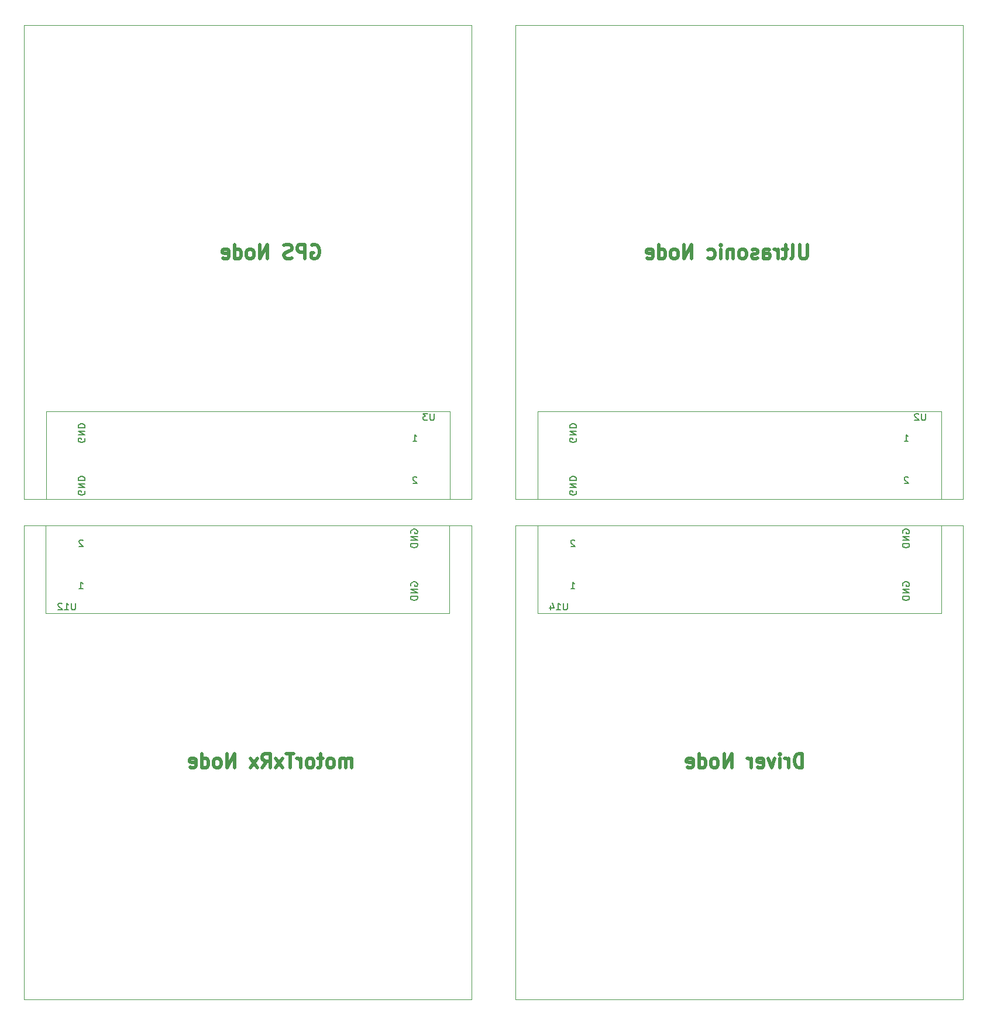
<source format=gbr>
%TF.GenerationSoftware,KiCad,Pcbnew,(5.1.9)-1*%
%TF.CreationDate,2021-04-29T12:58:22-07:00*%
%TF.ProjectId,pcbDesignForAutonomousDrivingProject,70636244-6573-4696-976e-466f72417574,rev?*%
%TF.SameCoordinates,Original*%
%TF.FileFunction,Legend,Bot*%
%TF.FilePolarity,Positive*%
%FSLAX46Y46*%
G04 Gerber Fmt 4.6, Leading zero omitted, Abs format (unit mm)*
G04 Created by KiCad (PCBNEW (5.1.9)-1) date 2021-04-29 12:58:22*
%MOMM*%
%LPD*%
G01*
G04 APERTURE LIST*
%ADD10C,0.500000*%
%ADD11C,0.120000*%
%ADD12C,0.150000*%
G04 APERTURE END LIST*
D10*
X166321333Y75295238D02*
X166321333Y77295238D01*
X165845142Y77295238D01*
X165559428Y77200000D01*
X165368952Y77009523D01*
X165273714Y76819047D01*
X165178476Y76438095D01*
X165178476Y76152380D01*
X165273714Y75771428D01*
X165368952Y75580952D01*
X165559428Y75390476D01*
X165845142Y75295238D01*
X166321333Y75295238D01*
X164321333Y75295238D02*
X164321333Y76628571D01*
X164321333Y76247619D02*
X164226095Y76438095D01*
X164130857Y76533333D01*
X163940380Y76628571D01*
X163749904Y76628571D01*
X163083238Y75295238D02*
X163083238Y76628571D01*
X163083238Y77295238D02*
X163178476Y77200000D01*
X163083238Y77104761D01*
X162988000Y77200000D01*
X163083238Y77295238D01*
X163083238Y77104761D01*
X162321333Y76628571D02*
X161845142Y75295238D01*
X161368952Y76628571D01*
X159845142Y75390476D02*
X160035619Y75295238D01*
X160416571Y75295238D01*
X160607047Y75390476D01*
X160702285Y75580952D01*
X160702285Y76342857D01*
X160607047Y76533333D01*
X160416571Y76628571D01*
X160035619Y76628571D01*
X159845142Y76533333D01*
X159749904Y76342857D01*
X159749904Y76152380D01*
X160702285Y75961904D01*
X158892761Y75295238D02*
X158892761Y76628571D01*
X158892761Y76247619D02*
X158797523Y76438095D01*
X158702285Y76533333D01*
X158511809Y76628571D01*
X158321333Y76628571D01*
X156130857Y75295238D02*
X156130857Y77295238D01*
X154988000Y75295238D01*
X154988000Y77295238D01*
X153749904Y75295238D02*
X153940380Y75390476D01*
X154035619Y75485714D01*
X154130857Y75676190D01*
X154130857Y76247619D01*
X154035619Y76438095D01*
X153940380Y76533333D01*
X153749904Y76628571D01*
X153464190Y76628571D01*
X153273714Y76533333D01*
X153178476Y76438095D01*
X153083238Y76247619D01*
X153083238Y75676190D01*
X153178476Y75485714D01*
X153273714Y75390476D01*
X153464190Y75295238D01*
X153749904Y75295238D01*
X151368952Y75295238D02*
X151368952Y77295238D01*
X151368952Y75390476D02*
X151559428Y75295238D01*
X151940380Y75295238D01*
X152130857Y75390476D01*
X152226095Y75485714D01*
X152321333Y75676190D01*
X152321333Y76247619D01*
X152226095Y76438095D01*
X152130857Y76533333D01*
X151940380Y76628571D01*
X151559428Y76628571D01*
X151368952Y76533333D01*
X149654666Y75390476D02*
X149845142Y75295238D01*
X150226095Y75295238D01*
X150416571Y75390476D01*
X150511809Y75580952D01*
X150511809Y76342857D01*
X150416571Y76533333D01*
X150226095Y76628571D01*
X149845142Y76628571D01*
X149654666Y76533333D01*
X149559428Y76342857D01*
X149559428Y76152380D01*
X150511809Y75961904D01*
X95312761Y150860000D02*
X95503238Y150955238D01*
X95788952Y150955238D01*
X96074666Y150860000D01*
X96265142Y150669523D01*
X96360380Y150479047D01*
X96455619Y150098095D01*
X96455619Y149812380D01*
X96360380Y149431428D01*
X96265142Y149240952D01*
X96074666Y149050476D01*
X95788952Y148955238D01*
X95598476Y148955238D01*
X95312761Y149050476D01*
X95217523Y149145714D01*
X95217523Y149812380D01*
X95598476Y149812380D01*
X94360380Y148955238D02*
X94360380Y150955238D01*
X93598476Y150955238D01*
X93408000Y150860000D01*
X93312761Y150764761D01*
X93217523Y150574285D01*
X93217523Y150288571D01*
X93312761Y150098095D01*
X93408000Y150002857D01*
X93598476Y149907619D01*
X94360380Y149907619D01*
X92455619Y149050476D02*
X92169904Y148955238D01*
X91693714Y148955238D01*
X91503238Y149050476D01*
X91408000Y149145714D01*
X91312761Y149336190D01*
X91312761Y149526666D01*
X91408000Y149717142D01*
X91503238Y149812380D01*
X91693714Y149907619D01*
X92074666Y150002857D01*
X92265142Y150098095D01*
X92360380Y150193333D01*
X92455619Y150383809D01*
X92455619Y150574285D01*
X92360380Y150764761D01*
X92265142Y150860000D01*
X92074666Y150955238D01*
X91598476Y150955238D01*
X91312761Y150860000D01*
X88931809Y148955238D02*
X88931809Y150955238D01*
X87788952Y148955238D01*
X87788952Y150955238D01*
X86550857Y148955238D02*
X86741333Y149050476D01*
X86836571Y149145714D01*
X86931809Y149336190D01*
X86931809Y149907619D01*
X86836571Y150098095D01*
X86741333Y150193333D01*
X86550857Y150288571D01*
X86265142Y150288571D01*
X86074666Y150193333D01*
X85979428Y150098095D01*
X85884190Y149907619D01*
X85884190Y149336190D01*
X85979428Y149145714D01*
X86074666Y149050476D01*
X86265142Y148955238D01*
X86550857Y148955238D01*
X84169904Y148955238D02*
X84169904Y150955238D01*
X84169904Y149050476D02*
X84360380Y148955238D01*
X84741333Y148955238D01*
X84931809Y149050476D01*
X85027047Y149145714D01*
X85122285Y149336190D01*
X85122285Y149907619D01*
X85027047Y150098095D01*
X84931809Y150193333D01*
X84741333Y150288571D01*
X84360380Y150288571D01*
X84169904Y150193333D01*
X82455619Y149050476D02*
X82646095Y148955238D01*
X83027047Y148955238D01*
X83217523Y149050476D01*
X83312761Y149240952D01*
X83312761Y150002857D01*
X83217523Y150193333D01*
X83027047Y150288571D01*
X82646095Y150288571D01*
X82455619Y150193333D01*
X82360380Y150002857D01*
X82360380Y149812380D01*
X83312761Y149621904D01*
X167067047Y150955238D02*
X167067047Y149336190D01*
X166971809Y149145714D01*
X166876571Y149050476D01*
X166686095Y148955238D01*
X166305142Y148955238D01*
X166114666Y149050476D01*
X166019428Y149145714D01*
X165924190Y149336190D01*
X165924190Y150955238D01*
X164686095Y148955238D02*
X164876571Y149050476D01*
X164971809Y149240952D01*
X164971809Y150955238D01*
X164209904Y150288571D02*
X163448000Y150288571D01*
X163924190Y150955238D02*
X163924190Y149240952D01*
X163828952Y149050476D01*
X163638476Y148955238D01*
X163448000Y148955238D01*
X162781333Y148955238D02*
X162781333Y150288571D01*
X162781333Y149907619D02*
X162686095Y150098095D01*
X162590857Y150193333D01*
X162400380Y150288571D01*
X162209904Y150288571D01*
X160686095Y148955238D02*
X160686095Y150002857D01*
X160781333Y150193333D01*
X160971809Y150288571D01*
X161352761Y150288571D01*
X161543238Y150193333D01*
X160686095Y149050476D02*
X160876571Y148955238D01*
X161352761Y148955238D01*
X161543238Y149050476D01*
X161638476Y149240952D01*
X161638476Y149431428D01*
X161543238Y149621904D01*
X161352761Y149717142D01*
X160876571Y149717142D01*
X160686095Y149812380D01*
X159828952Y149050476D02*
X159638476Y148955238D01*
X159257523Y148955238D01*
X159067047Y149050476D01*
X158971809Y149240952D01*
X158971809Y149336190D01*
X159067047Y149526666D01*
X159257523Y149621904D01*
X159543238Y149621904D01*
X159733714Y149717142D01*
X159828952Y149907619D01*
X159828952Y150002857D01*
X159733714Y150193333D01*
X159543238Y150288571D01*
X159257523Y150288571D01*
X159067047Y150193333D01*
X157828952Y148955238D02*
X158019428Y149050476D01*
X158114666Y149145714D01*
X158209904Y149336190D01*
X158209904Y149907619D01*
X158114666Y150098095D01*
X158019428Y150193333D01*
X157828952Y150288571D01*
X157543238Y150288571D01*
X157352761Y150193333D01*
X157257523Y150098095D01*
X157162285Y149907619D01*
X157162285Y149336190D01*
X157257523Y149145714D01*
X157352761Y149050476D01*
X157543238Y148955238D01*
X157828952Y148955238D01*
X156305142Y150288571D02*
X156305142Y148955238D01*
X156305142Y150098095D02*
X156209904Y150193333D01*
X156019428Y150288571D01*
X155733714Y150288571D01*
X155543238Y150193333D01*
X155448000Y150002857D01*
X155448000Y148955238D01*
X154495619Y148955238D02*
X154495619Y150288571D01*
X154495619Y150955238D02*
X154590857Y150860000D01*
X154495619Y150764761D01*
X154400380Y150860000D01*
X154495619Y150955238D01*
X154495619Y150764761D01*
X152686095Y149050476D02*
X152876571Y148955238D01*
X153257523Y148955238D01*
X153448000Y149050476D01*
X153543238Y149145714D01*
X153638476Y149336190D01*
X153638476Y149907619D01*
X153543238Y150098095D01*
X153448000Y150193333D01*
X153257523Y150288571D01*
X152876571Y150288571D01*
X152686095Y150193333D01*
X150305142Y148955238D02*
X150305142Y150955238D01*
X149162285Y148955238D01*
X149162285Y150955238D01*
X147924190Y148955238D02*
X148114666Y149050476D01*
X148209904Y149145714D01*
X148305142Y149336190D01*
X148305142Y149907619D01*
X148209904Y150098095D01*
X148114666Y150193333D01*
X147924190Y150288571D01*
X147638476Y150288571D01*
X147448000Y150193333D01*
X147352761Y150098095D01*
X147257523Y149907619D01*
X147257523Y149336190D01*
X147352761Y149145714D01*
X147448000Y149050476D01*
X147638476Y148955238D01*
X147924190Y148955238D01*
X145543238Y148955238D02*
X145543238Y150955238D01*
X145543238Y149050476D02*
X145733714Y148955238D01*
X146114666Y148955238D01*
X146305142Y149050476D01*
X146400380Y149145714D01*
X146495619Y149336190D01*
X146495619Y149907619D01*
X146400380Y150098095D01*
X146305142Y150193333D01*
X146114666Y150288571D01*
X145733714Y150288571D01*
X145543238Y150193333D01*
X143828952Y149050476D02*
X144019428Y148955238D01*
X144400380Y148955238D01*
X144590857Y149050476D01*
X144686095Y149240952D01*
X144686095Y150002857D01*
X144590857Y150193333D01*
X144400380Y150288571D01*
X144019428Y150288571D01*
X143828952Y150193333D01*
X143733714Y150002857D01*
X143733714Y149812380D01*
X144686095Y149621904D01*
X101122285Y75295238D02*
X101122285Y76628571D01*
X101122285Y76438095D02*
X101027047Y76533333D01*
X100836571Y76628571D01*
X100550857Y76628571D01*
X100360380Y76533333D01*
X100265142Y76342857D01*
X100265142Y75295238D01*
X100265142Y76342857D02*
X100169904Y76533333D01*
X99979428Y76628571D01*
X99693714Y76628571D01*
X99503238Y76533333D01*
X99408000Y76342857D01*
X99408000Y75295238D01*
X98169904Y75295238D02*
X98360380Y75390476D01*
X98455619Y75485714D01*
X98550857Y75676190D01*
X98550857Y76247619D01*
X98455619Y76438095D01*
X98360380Y76533333D01*
X98169904Y76628571D01*
X97884190Y76628571D01*
X97693714Y76533333D01*
X97598476Y76438095D01*
X97503238Y76247619D01*
X97503238Y75676190D01*
X97598476Y75485714D01*
X97693714Y75390476D01*
X97884190Y75295238D01*
X98169904Y75295238D01*
X96931809Y76628571D02*
X96169904Y76628571D01*
X96646095Y77295238D02*
X96646095Y75580952D01*
X96550857Y75390476D01*
X96360380Y75295238D01*
X96169904Y75295238D01*
X95217523Y75295238D02*
X95408000Y75390476D01*
X95503238Y75485714D01*
X95598476Y75676190D01*
X95598476Y76247619D01*
X95503238Y76438095D01*
X95408000Y76533333D01*
X95217523Y76628571D01*
X94931809Y76628571D01*
X94741333Y76533333D01*
X94646095Y76438095D01*
X94550857Y76247619D01*
X94550857Y75676190D01*
X94646095Y75485714D01*
X94741333Y75390476D01*
X94931809Y75295238D01*
X95217523Y75295238D01*
X93693714Y75295238D02*
X93693714Y76628571D01*
X93693714Y76247619D02*
X93598476Y76438095D01*
X93503238Y76533333D01*
X93312761Y76628571D01*
X93122285Y76628571D01*
X92741333Y77295238D02*
X91598476Y77295238D01*
X92169904Y75295238D02*
X92169904Y77295238D01*
X91122285Y75295238D02*
X90074666Y76628571D01*
X91122285Y76628571D02*
X90074666Y75295238D01*
X88169904Y75295238D02*
X88836571Y76247619D01*
X89312761Y75295238D02*
X89312761Y77295238D01*
X88550857Y77295238D01*
X88360380Y77200000D01*
X88265142Y77104761D01*
X88169904Y76914285D01*
X88169904Y76628571D01*
X88265142Y76438095D01*
X88360380Y76342857D01*
X88550857Y76247619D01*
X89312761Y76247619D01*
X87503238Y75295238D02*
X86455619Y76628571D01*
X87503238Y76628571D02*
X86455619Y75295238D01*
X84169904Y75295238D02*
X84169904Y77295238D01*
X83027047Y75295238D01*
X83027047Y77295238D01*
X81788952Y75295238D02*
X81979428Y75390476D01*
X82074666Y75485714D01*
X82169904Y75676190D01*
X82169904Y76247619D01*
X82074666Y76438095D01*
X81979428Y76533333D01*
X81788952Y76628571D01*
X81503238Y76628571D01*
X81312761Y76533333D01*
X81217523Y76438095D01*
X81122285Y76247619D01*
X81122285Y75676190D01*
X81217523Y75485714D01*
X81312761Y75390476D01*
X81503238Y75295238D01*
X81788952Y75295238D01*
X79408000Y75295238D02*
X79408000Y77295238D01*
X79408000Y75390476D02*
X79598476Y75295238D01*
X79979428Y75295238D01*
X80169904Y75390476D01*
X80265142Y75485714D01*
X80360380Y75676190D01*
X80360380Y76247619D01*
X80265142Y76438095D01*
X80169904Y76533333D01*
X79979428Y76628571D01*
X79598476Y76628571D01*
X79408000Y76533333D01*
X77693714Y75390476D02*
X77884190Y75295238D01*
X78265142Y75295238D01*
X78455619Y75390476D01*
X78550857Y75580952D01*
X78550857Y76342857D01*
X78455619Y76533333D01*
X78265142Y76628571D01*
X77884190Y76628571D01*
X77693714Y76533333D01*
X77598476Y76342857D01*
X77598476Y76152380D01*
X78550857Y75961904D01*
D11*
%TO.C,U2*%
X188976000Y114173000D02*
X186436000Y114173000D01*
X128016000Y114173000D02*
X124841000Y114173000D01*
X124841000Y182753000D02*
X124841000Y114173000D01*
X189611000Y182753000D02*
X124841000Y182753000D01*
X189611000Y114173000D02*
X189611000Y182753000D01*
X188976000Y114173000D02*
X189611000Y114173000D01*
X186436000Y114173000D02*
X128016000Y114173000D01*
X186436000Y126873000D02*
X186436000Y114173000D01*
X128016000Y126873000D02*
X186436000Y126873000D01*
X128016000Y114173000D02*
X128016000Y126873000D01*
%TO.C,U3*%
X117856000Y114173000D02*
X115316000Y114173000D01*
X56896000Y114173000D02*
X53721000Y114173000D01*
X53721000Y182753000D02*
X53721000Y114173000D01*
X118491000Y182753000D02*
X53721000Y182753000D01*
X118491000Y114173000D02*
X118491000Y182753000D01*
X117856000Y114173000D02*
X118491000Y114173000D01*
X115316000Y114173000D02*
X56896000Y114173000D01*
X115316000Y126873000D02*
X115316000Y114173000D01*
X56896000Y126873000D02*
X115316000Y126873000D01*
X56896000Y114173000D02*
X56896000Y126873000D01*
%TO.C,U12*%
X115265200Y110363000D02*
X115265200Y97663000D01*
X115265200Y97663000D02*
X56845200Y97663000D01*
X56845200Y97663000D02*
X56845200Y110363000D01*
X56845200Y110363000D02*
X115265200Y110363000D01*
X54305200Y110363000D02*
X53670200Y110363000D01*
X53670200Y110363000D02*
X53670200Y41783000D01*
X53670200Y41783000D02*
X118440200Y41783000D01*
X118440200Y41783000D02*
X118440200Y110363000D01*
X115265200Y110363000D02*
X118440200Y110363000D01*
X54305200Y110363000D02*
X56845200Y110363000D01*
%TO.C,U14*%
X186436000Y110363000D02*
X186436000Y97663000D01*
X186436000Y97663000D02*
X128016000Y97663000D01*
X128016000Y97663000D02*
X128016000Y110363000D01*
X128016000Y110363000D02*
X186436000Y110363000D01*
X125476000Y110363000D02*
X124841000Y110363000D01*
X124841000Y110363000D02*
X124841000Y41783000D01*
X124841000Y41783000D02*
X189611000Y41783000D01*
X189611000Y41783000D02*
X189611000Y110363000D01*
X186436000Y110363000D02*
X189611000Y110363000D01*
X125476000Y110363000D02*
X128016000Y110363000D01*
%TO.C,U2*%
D12*
X184149904Y126531619D02*
X184149904Y125722095D01*
X184102285Y125626857D01*
X184054666Y125579238D01*
X183959428Y125531619D01*
X183768952Y125531619D01*
X183673714Y125579238D01*
X183626095Y125626857D01*
X183578476Y125722095D01*
X183578476Y126531619D01*
X183149904Y126436380D02*
X183102285Y126484000D01*
X183007047Y126531619D01*
X182768952Y126531619D01*
X182673714Y126484000D01*
X182626095Y126436380D01*
X182578476Y126341142D01*
X182578476Y126245904D01*
X182626095Y126103047D01*
X183197523Y125531619D01*
X182578476Y125531619D01*
X133596000Y122936095D02*
X133643619Y122840857D01*
X133643619Y122698000D01*
X133596000Y122555142D01*
X133500761Y122459904D01*
X133405523Y122412285D01*
X133215047Y122364666D01*
X133072190Y122364666D01*
X132881714Y122412285D01*
X132786476Y122459904D01*
X132691238Y122555142D01*
X132643619Y122698000D01*
X132643619Y122793238D01*
X132691238Y122936095D01*
X132738857Y122983714D01*
X133072190Y122983714D01*
X133072190Y122793238D01*
X132643619Y123412285D02*
X133643619Y123412285D01*
X132643619Y123983714D01*
X133643619Y123983714D01*
X132643619Y124459904D02*
X133643619Y124459904D01*
X133643619Y124698000D01*
X133596000Y124840857D01*
X133500761Y124936095D01*
X133405523Y124983714D01*
X133215047Y125031333D01*
X133072190Y125031333D01*
X132881714Y124983714D01*
X132786476Y124936095D01*
X132691238Y124840857D01*
X132643619Y124698000D01*
X132643619Y124459904D01*
X133596000Y115316095D02*
X133643619Y115220857D01*
X133643619Y115078000D01*
X133596000Y114935142D01*
X133500761Y114839904D01*
X133405523Y114792285D01*
X133215047Y114744666D01*
X133072190Y114744666D01*
X132881714Y114792285D01*
X132786476Y114839904D01*
X132691238Y114935142D01*
X132643619Y115078000D01*
X132643619Y115173238D01*
X132691238Y115316095D01*
X132738857Y115363714D01*
X133072190Y115363714D01*
X133072190Y115173238D01*
X132643619Y115792285D02*
X133643619Y115792285D01*
X132643619Y116363714D01*
X133643619Y116363714D01*
X132643619Y116839904D02*
X133643619Y116839904D01*
X133643619Y117078000D01*
X133596000Y117220857D01*
X133500761Y117316095D01*
X133405523Y117363714D01*
X133215047Y117411333D01*
X133072190Y117411333D01*
X132881714Y117363714D01*
X132786476Y117316095D01*
X132691238Y117220857D01*
X132643619Y117078000D01*
X132643619Y116839904D01*
X181641714Y117292380D02*
X181594095Y117340000D01*
X181498857Y117387619D01*
X181260761Y117387619D01*
X181165523Y117340000D01*
X181117904Y117292380D01*
X181070285Y117197142D01*
X181070285Y117101904D01*
X181117904Y116959047D01*
X181689333Y116387619D01*
X181070285Y116387619D01*
X181070285Y122483619D02*
X181641714Y122483619D01*
X181356000Y122483619D02*
X181356000Y123483619D01*
X181451238Y123340761D01*
X181546476Y123245523D01*
X181641714Y123197904D01*
%TO.C,U3*%
X113029904Y126531619D02*
X113029904Y125722095D01*
X112982285Y125626857D01*
X112934666Y125579238D01*
X112839428Y125531619D01*
X112648952Y125531619D01*
X112553714Y125579238D01*
X112506095Y125626857D01*
X112458476Y125722095D01*
X112458476Y126531619D01*
X112077523Y126531619D02*
X111458476Y126531619D01*
X111791809Y126150666D01*
X111648952Y126150666D01*
X111553714Y126103047D01*
X111506095Y126055428D01*
X111458476Y125960190D01*
X111458476Y125722095D01*
X111506095Y125626857D01*
X111553714Y125579238D01*
X111648952Y125531619D01*
X111934666Y125531619D01*
X112029904Y125579238D01*
X112077523Y125626857D01*
X62476000Y122936095D02*
X62523619Y122840857D01*
X62523619Y122698000D01*
X62476000Y122555142D01*
X62380761Y122459904D01*
X62285523Y122412285D01*
X62095047Y122364666D01*
X61952190Y122364666D01*
X61761714Y122412285D01*
X61666476Y122459904D01*
X61571238Y122555142D01*
X61523619Y122698000D01*
X61523619Y122793238D01*
X61571238Y122936095D01*
X61618857Y122983714D01*
X61952190Y122983714D01*
X61952190Y122793238D01*
X61523619Y123412285D02*
X62523619Y123412285D01*
X61523619Y123983714D01*
X62523619Y123983714D01*
X61523619Y124459904D02*
X62523619Y124459904D01*
X62523619Y124698000D01*
X62476000Y124840857D01*
X62380761Y124936095D01*
X62285523Y124983714D01*
X62095047Y125031333D01*
X61952190Y125031333D01*
X61761714Y124983714D01*
X61666476Y124936095D01*
X61571238Y124840857D01*
X61523619Y124698000D01*
X61523619Y124459904D01*
X62476000Y115316095D02*
X62523619Y115220857D01*
X62523619Y115078000D01*
X62476000Y114935142D01*
X62380761Y114839904D01*
X62285523Y114792285D01*
X62095047Y114744666D01*
X61952190Y114744666D01*
X61761714Y114792285D01*
X61666476Y114839904D01*
X61571238Y114935142D01*
X61523619Y115078000D01*
X61523619Y115173238D01*
X61571238Y115316095D01*
X61618857Y115363714D01*
X61952190Y115363714D01*
X61952190Y115173238D01*
X61523619Y115792285D02*
X62523619Y115792285D01*
X61523619Y116363714D01*
X62523619Y116363714D01*
X61523619Y116839904D02*
X62523619Y116839904D01*
X62523619Y117078000D01*
X62476000Y117220857D01*
X62380761Y117316095D01*
X62285523Y117363714D01*
X62095047Y117411333D01*
X61952190Y117411333D01*
X61761714Y117363714D01*
X61666476Y117316095D01*
X61571238Y117220857D01*
X61523619Y117078000D01*
X61523619Y116839904D01*
X110521714Y117292380D02*
X110474095Y117340000D01*
X110378857Y117387619D01*
X110140761Y117387619D01*
X110045523Y117340000D01*
X109997904Y117292380D01*
X109950285Y117197142D01*
X109950285Y117101904D01*
X109997904Y116959047D01*
X110569333Y116387619D01*
X109950285Y116387619D01*
X109950285Y122483619D02*
X110521714Y122483619D01*
X110236000Y122483619D02*
X110236000Y123483619D01*
X110331238Y123340761D01*
X110426476Y123245523D01*
X110521714Y123197904D01*
%TO.C,U12*%
X61131295Y99099619D02*
X61131295Y98290095D01*
X61083676Y98194857D01*
X61036057Y98147238D01*
X60940819Y98099619D01*
X60750342Y98099619D01*
X60655104Y98147238D01*
X60607485Y98194857D01*
X60559866Y98290095D01*
X60559866Y99099619D01*
X59559866Y98099619D02*
X60131295Y98099619D01*
X59845580Y98099619D02*
X59845580Y99099619D01*
X59940819Y98956761D01*
X60036057Y98861523D01*
X60131295Y98813904D01*
X59178914Y99004380D02*
X59131295Y99052000D01*
X59036057Y99099619D01*
X58797961Y99099619D01*
X58702723Y99052000D01*
X58655104Y99004380D01*
X58607485Y98909142D01*
X58607485Y98813904D01*
X58655104Y98671047D01*
X59226533Y98099619D01*
X58607485Y98099619D01*
X61639485Y101147619D02*
X62210914Y101147619D01*
X61925200Y101147619D02*
X61925200Y102147619D01*
X62020438Y102004761D01*
X62115676Y101909523D01*
X62210914Y101861904D01*
X62210914Y108148380D02*
X62163295Y108196000D01*
X62068057Y108243619D01*
X61829961Y108243619D01*
X61734723Y108196000D01*
X61687104Y108148380D01*
X61639485Y108053142D01*
X61639485Y107957904D01*
X61687104Y107815047D01*
X62258533Y107243619D01*
X61639485Y107243619D01*
X109685200Y109219904D02*
X109637580Y109315142D01*
X109637580Y109458000D01*
X109685200Y109600857D01*
X109780438Y109696095D01*
X109875676Y109743714D01*
X110066152Y109791333D01*
X110209009Y109791333D01*
X110399485Y109743714D01*
X110494723Y109696095D01*
X110589961Y109600857D01*
X110637580Y109458000D01*
X110637580Y109362761D01*
X110589961Y109219904D01*
X110542342Y109172285D01*
X110209009Y109172285D01*
X110209009Y109362761D01*
X110637580Y108743714D02*
X109637580Y108743714D01*
X110637580Y108172285D01*
X109637580Y108172285D01*
X110637580Y107696095D02*
X109637580Y107696095D01*
X109637580Y107458000D01*
X109685200Y107315142D01*
X109780438Y107219904D01*
X109875676Y107172285D01*
X110066152Y107124666D01*
X110209009Y107124666D01*
X110399485Y107172285D01*
X110494723Y107219904D01*
X110589961Y107315142D01*
X110637580Y107458000D01*
X110637580Y107696095D01*
X109685200Y101599904D02*
X109637580Y101695142D01*
X109637580Y101838000D01*
X109685200Y101980857D01*
X109780438Y102076095D01*
X109875676Y102123714D01*
X110066152Y102171333D01*
X110209009Y102171333D01*
X110399485Y102123714D01*
X110494723Y102076095D01*
X110589961Y101980857D01*
X110637580Y101838000D01*
X110637580Y101742761D01*
X110589961Y101599904D01*
X110542342Y101552285D01*
X110209009Y101552285D01*
X110209009Y101742761D01*
X110637580Y101123714D02*
X109637580Y101123714D01*
X110637580Y100552285D01*
X109637580Y100552285D01*
X110637580Y100076095D02*
X109637580Y100076095D01*
X109637580Y99838000D01*
X109685200Y99695142D01*
X109780438Y99599904D01*
X109875676Y99552285D01*
X110066152Y99504666D01*
X110209009Y99504666D01*
X110399485Y99552285D01*
X110494723Y99599904D01*
X110589961Y99695142D01*
X110637580Y99838000D01*
X110637580Y100076095D01*
%TO.C,U14*%
X132302095Y99099619D02*
X132302095Y98290095D01*
X132254476Y98194857D01*
X132206857Y98147238D01*
X132111619Y98099619D01*
X131921142Y98099619D01*
X131825904Y98147238D01*
X131778285Y98194857D01*
X131730666Y98290095D01*
X131730666Y99099619D01*
X130730666Y98099619D02*
X131302095Y98099619D01*
X131016380Y98099619D02*
X131016380Y99099619D01*
X131111619Y98956761D01*
X131206857Y98861523D01*
X131302095Y98813904D01*
X129873523Y98766285D02*
X129873523Y98099619D01*
X130111619Y99147238D02*
X130349714Y98432952D01*
X129730666Y98432952D01*
X132810285Y101147619D02*
X133381714Y101147619D01*
X133096000Y101147619D02*
X133096000Y102147619D01*
X133191238Y102004761D01*
X133286476Y101909523D01*
X133381714Y101861904D01*
X133381714Y108148380D02*
X133334095Y108196000D01*
X133238857Y108243619D01*
X133000761Y108243619D01*
X132905523Y108196000D01*
X132857904Y108148380D01*
X132810285Y108053142D01*
X132810285Y107957904D01*
X132857904Y107815047D01*
X133429333Y107243619D01*
X132810285Y107243619D01*
X180856000Y109219904D02*
X180808380Y109315142D01*
X180808380Y109458000D01*
X180856000Y109600857D01*
X180951238Y109696095D01*
X181046476Y109743714D01*
X181236952Y109791333D01*
X181379809Y109791333D01*
X181570285Y109743714D01*
X181665523Y109696095D01*
X181760761Y109600857D01*
X181808380Y109458000D01*
X181808380Y109362761D01*
X181760761Y109219904D01*
X181713142Y109172285D01*
X181379809Y109172285D01*
X181379809Y109362761D01*
X181808380Y108743714D02*
X180808380Y108743714D01*
X181808380Y108172285D01*
X180808380Y108172285D01*
X181808380Y107696095D02*
X180808380Y107696095D01*
X180808380Y107458000D01*
X180856000Y107315142D01*
X180951238Y107219904D01*
X181046476Y107172285D01*
X181236952Y107124666D01*
X181379809Y107124666D01*
X181570285Y107172285D01*
X181665523Y107219904D01*
X181760761Y107315142D01*
X181808380Y107458000D01*
X181808380Y107696095D01*
X180856000Y101599904D02*
X180808380Y101695142D01*
X180808380Y101838000D01*
X180856000Y101980857D01*
X180951238Y102076095D01*
X181046476Y102123714D01*
X181236952Y102171333D01*
X181379809Y102171333D01*
X181570285Y102123714D01*
X181665523Y102076095D01*
X181760761Y101980857D01*
X181808380Y101838000D01*
X181808380Y101742761D01*
X181760761Y101599904D01*
X181713142Y101552285D01*
X181379809Y101552285D01*
X181379809Y101742761D01*
X181808380Y101123714D02*
X180808380Y101123714D01*
X181808380Y100552285D01*
X180808380Y100552285D01*
X181808380Y100076095D02*
X180808380Y100076095D01*
X180808380Y99838000D01*
X180856000Y99695142D01*
X180951238Y99599904D01*
X181046476Y99552285D01*
X181236952Y99504666D01*
X181379809Y99504666D01*
X181570285Y99552285D01*
X181665523Y99599904D01*
X181760761Y99695142D01*
X181808380Y99838000D01*
X181808380Y100076095D01*
%TD*%
M02*

</source>
